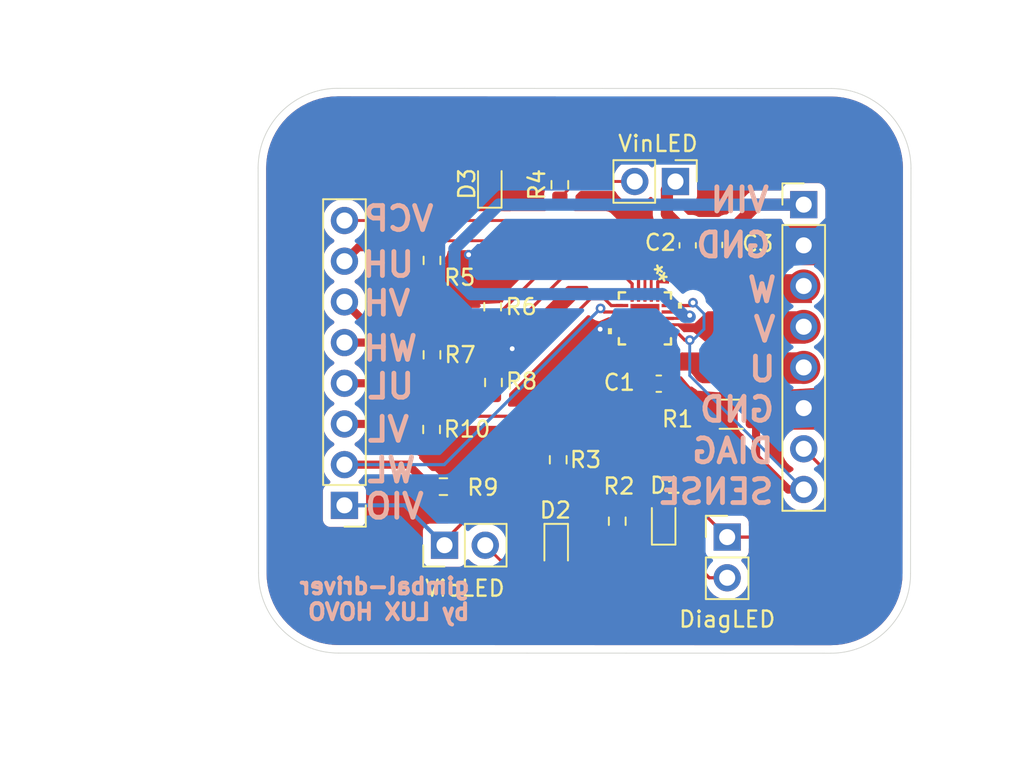
<source format=kicad_pcb>
(kicad_pcb (version 20240108) (generator "pcbnew") (generator_version "8.0")
  (layers (0 "F.Cu" signal) (31 "B.Cu" signal) (34 "B.Paste" user) (35 "F.Paste" user) (36 "B.SilkS" user "B.Silkscreen") (37 "F.SilkS" user "F.Silkscreen") (38 "B.Mask" user) (39 "F.Mask" user) (44 "Edge.Cuts" user))
  (net 0 "")
  (net 2 "VL")
  (net 3 "Net-(U2-1.8VOUT)")
  (net 4 "GND")
  (net 5 "WH")
  (net 6 "UL")
  (net 7 "DIAG")
  (net 8 "W")
  (net 9 "UH")
  (net 10 "VIO")
  (net 11 "U")
  (net 12 "WL")
  (net 13 "VH")
  (net 14 "V")
  (net 15 "VCP")
  (net 16 "/DiagLedConn")
  (net 17 "Net-(D1-K)")
  (net 18 "/VioLedConn")
  (net 19 "Net-(D2-K)")
  (net 20 "Net-(D3-A)")
  (net 21 "SENSE")
  (net 22 "VIN")
  (net 23 "/VinLedConn")
  (footprint "Resistor_SMD:R_0603_1608Metric" (layer "F.Cu") (at 80.772 84.8614 90)
    (property "Reference" "R6" (at 0 1.778 180) (layer "F.SilkS"))
    (property "Value" "100k" (hide yes))
    (fp_line (start -0.237258 -0.5225) (end 0.237258 -0.5225) (stroke (width 0.12)) (layer "F.SilkS"))
    (fp_line (start -0.237258 0.5225) (end 0.237258 0.5225) (stroke (width 0.12)) (layer "F.SilkS"))
    (pad "1" smd roundrect (at -0.825 0 90) (size 0.8 0.95) (layers "F.Cu" "F.Paste" "F.Mask") (net 13 "VH"))
    (pad "2" smd roundrect (at 0.825 0 90) (size 0.8 0.95) (layers "F.Cu" "F.Paste" "F.Mask") (net 4 "GND"))
  )
  (footprint "Resistor_SMD:R_0603_1608Metric" (layer "F.Cu") (at 76.9874 81.9658 -90)
    (property "Reference" "R5" (at 1.0668 -1.7272 180) (layer "F.SilkS"))
    (property "Value" "100k" (hide yes))
    (fp_line (start -0.237258 0.5225) (end 0.237258 0.5225) (stroke (width 0.12)) (layer "F.SilkS"))
    (fp_line (start -0.237258 -0.5225) (end 0.237258 -0.5225) (stroke (width 0.12)) (layer "F.SilkS"))
    (pad "1" smd roundrect (at -0.825 0 270) (size 0.8 0.95) (layers "F.Cu" "F.Paste" "F.Mask") (net 9 "UH"))
    (pad "2" smd roundrect (at 0.825 0 270) (size 0.8 0.95) (layers "F.Cu" "F.Paste" "F.Mask") (net 4 "GND"))
  )
  (footprint "Resistor_SMD:R_1206_3216Metric_Pad1.30x1.75mm_HandSolder" (layer "F.Cu") (at 95.6564 91.567 180)
    (property "Reference" "R1" (at 3.3528 -0.3048 180) (layer "F.SilkS"))
    (property "Value" "0.12" (hide yes))
    (fp_line (start -0.727064 0.91) (end 0.727064 0.91) (stroke (width 0.12)) (layer "F.SilkS"))
    (fp_line (start -0.727064 -0.91) (end 0.727064 -0.91) (stroke (width 0.12)) (layer "F.SilkS"))
    (pad "1" smd roundrect (at -1.55 0 180) (size 1.3 1.75) (layers "F.Cu" "F.Paste" "F.Mask") (roundrect_rratio 0.192308) (net 21 "SENSE"))
    (pad "2" smd roundrect (at 1.55 0 180) (size 1.3 1.75) (layers "F.Cu" "F.Paste" "F.Mask") (roundrect_rratio 0.192308) (net 4 "GND"))
  )
  (footprint "Connector_PinHeader_2.54mm:PinHeader_1x08_P2.54mm_Vertical" (layer "F.Cu") (at 100.1776 78.486)
    (property "Reference" "J2" (hide yes))
    (property "Value" "OUTPUT" (hide yes))
    (fp_line (start -1.33 -1.33) (end 0 -1.33) (stroke (width 0.12)) (layer "F.SilkS"))
    (fp_line (start -1.33 0) (end -1.33 -1.33) (stroke (width 0.12)) (layer "F.SilkS"))
    (fp_line (start -1.33 1.27) (end -1.33 19.11) (stroke (width 0.12)) (layer "F.SilkS"))
    (fp_line (start -1.33 1.27) (end 1.33 1.27) (stroke (width 0.12)) (layer "F.SilkS"))
    (fp_line (start -1.33 19.11) (end 1.33 19.11) (stroke (width 0.12)) (layer "F.SilkS"))
    (fp_line (start 1.33 1.27) (end 1.33 19.11) (stroke (width 0.12)) (layer "F.SilkS"))
    (pad "1" thru_hole rect (at 0 0) (size 1.7 1.7) (drill 1) (layers "*.Cu" "*.Mask") (net 22 "VIN"))
    (pad "2" thru_hole oval (at 0 2.54) (size 1.7 1.7) (drill 1) (layers "*.Cu" "*.Mask") (net 4 "GND"))
    (pad "3" thru_hole oval (at 0 5.08) (size 1.7 1.7) (drill 1) (layers "*.Cu" "*.Mask") (net 8 "W"))
    (pad "4" thru_hole oval (at 0 7.62) (size 1.7 1.7) (drill 1) (layers "*.Cu" "*.Mask") (net 14 "V"))
    (pad "5" thru_hole oval (at 0 10.16) (size 1.7 1.7) (drill 1) (layers "*.Cu" "*.Mask") (net 11 "U"))
    (pad "6" thru_hole oval (at 0 12.7) (size 1.7 1.7) (drill 1) (layers "*.Cu" "*.Mask") (net 4 "GND"))
    (pad "7" thru_hole oval (at 0 15.24) (size 1.7 1.7) (drill 1) (layers "*.Cu" "*.Mask") (net 7 "DIAG"))
    (pad "8" thru_hole oval (at 0 17.78) (size 1.7 1.7) (drill 1) (layers "*.Cu" "*.Mask") (net 21 "SENSE"))
  )
  (footprint "LED_SMD:LED_0603_1608Metric" (layer "F.Cu") (at 91.44 98.2218 90)
    (property "Reference" "D1" (at 2.2098 0.127 180) (layer "F.SilkS"))
    (property "Value" "RED" (hide yes))
    (fp_line (start 0.8 -0.735) (end -1.485 -0.735) (stroke (width 0.12)) (layer "F.SilkS"))
    (fp_line (start -1.485 -0.735) (end -1.485 0.735) (stroke (width 0.12)) (layer "F.SilkS"))
    (fp_line (start -1.485 0.735) (end 0.8 0.735) (stroke (width 0.12)) (layer "F.SilkS"))
    (pad "1" smd roundrect (at -0.7875 0 90) (size 0.875 0.95) (layers "F.Cu" "F.Paste" "F.Mask") (net 17 "Net-(D1-K)"))
    (pad "2" smd roundrect (at 0.7875 0 90) (size 0.875 0.95) (layers "F.Cu" "F.Paste" "F.Mask") (net 16 "/DiagLedConn"))
  )
  (footprint "Capacitor_SMD:C_0603_1608Metric_Pad1.08x0.95mm_HandSolder" (layer "F.Cu") (at 92.9386 81.026 -90)
    (property "Reference" "C2" (at -0.1778 1.7018 180) (layer "F.SilkS"))
    (property "Value" "0.1uF" (hide yes))
    (fp_line (start -0.146267 0.51) (end 0.146267 0.51) (stroke (width 0.12)) (layer "F.SilkS"))
    (fp_line (start -0.146267 -0.51) (end 0.146267 -0.51) (stroke (width 0.12)) (layer "F.SilkS"))
    (pad "1" smd roundrect (at -0.8625 0 270) (size 1.075 0.95) (layers "F.Cu" "F.Paste" "F.Mask") (net 22 "VIN"))
    (pad "2" smd roundrect (at 0.8625 0 270) (size 1.075 0.95) (layers "F.Cu" "F.Paste" "F.Mask") (net 4 "GND"))
  )
  (footprint "Resistor_SMD:R_0603_1608Metric" (layer "F.Cu") (at 80.8228 89.5858 90)
    (property "Reference" "R8" (at 0.0762 1.7526 180) (layer "F.SilkS"))
    (property "Value" "100k" (hide yes))
    (fp_line (start -0.237258 -0.5225) (end 0.237258 -0.5225) (stroke (width 0.12)) (layer "F.SilkS"))
    (fp_line (start -0.237258 0.5225) (end 0.237258 0.5225) (stroke (width 0.12)) (layer "F.SilkS"))
    (pad "1" smd roundrect (at -0.825 0 90) (size 0.8 0.95) (layers "F.Cu" "F.Paste" "F.Mask") (net 6 "UL"))
    (pad "2" smd roundrect (at 0.825 0 90) (size 0.8 0.95) (layers "F.Cu" "F.Paste" "F.Mask") (net 4 "GND"))
  )
  (footprint "Capacitor_SMD:C_0603_1608Metric_Pad1.08x0.95mm_HandSolder" (layer "F.Cu") (at 91.1352 89.662)
    (property "Reference" "C1" (at -2.4638 -0.0762 180) (layer "F.SilkS"))
    (property "Value" "0.1uF" (hide yes))
    (fp_line (start -0.146267 -0.51) (end 0.146267 -0.51) (stroke (width 0.12)) (layer "F.SilkS"))
    (fp_line (start -0.146267 0.51) (end 0.146267 0.51) (stroke (width 0.12)) (layer "F.SilkS"))
    (pad "1" smd roundrect (at -0.8625 0) (size 1.075 0.95) (layers "F.Cu" "F.Paste" "F.Mask") (net 3 "Net-(U2-1.8VOUT)"))
    (pad "2" smd roundrect (at 0.8625 0) (size 1.075 0.95) (layers "F.Cu" "F.Paste" "F.Mask") (net 4 "GND"))
  )
  (footprint "Resistor_SMD:R_0603_1608Metric" (layer "F.Cu") (at 77.6986 96.0882)
    (property "Reference" "R9" (at 2.4638 0.0508 0) (layer "F.SilkS"))
    (property "Value" "100k" (hide yes))
    (fp_line (start -0.237258 -0.5225) (end 0.237258 -0.5225) (stroke (width 0.12)) (layer "F.SilkS"))
    (fp_line (start -0.237258 0.5225) (end 0.237258 0.5225) (stroke (width 0.12)) (layer "F.SilkS"))
    (pad "1" smd roundrect (at -0.825 0) (size 0.8 0.95) (layers "F.Cu" "F.Paste" "F.Mask") (net 12 "WL"))
    (pad "2" smd roundrect (at 0.825 0) (size 0.8 0.95) (layers "F.Cu" "F.Paste" "F.Mask") (net 4 "GND"))
  )
  (footprint "LED_SMD:LED_0603_1608Metric" (layer "F.Cu") (at 84.7344 99.8982 -90)
    (property "Reference" "D2" (at -2.3368 0.0508 0) (layer "F.SilkS"))
    (property "Value" "BLUE" (hide yes))
    (fp_line (start -1.485 0.735) (end 0.8 0.735) (stroke (width 0.12)) (layer "F.SilkS"))
    (fp_line (start -1.485 -0.735) (end -1.485 0.735) (stroke (width 0.12)) (layer "F.SilkS"))
    (fp_line (start 0.8 -0.735) (end -1.485 -0.735) (stroke (width 0.12)) (layer "F.SilkS"))
    (pad "1" smd roundrect (at -0.7875 0 270) (size 0.875 0.95) (layers "F.Cu" "F.Paste" "F.Mask") (net 19 "Net-(D2-K)"))
    (pad "2" smd roundrect (at 0.7875 0 270) (size 0.875 0.95) (layers "F.Cu" "F.Paste" "F.Mask") (net 18 "/VioLedConn"))
  )
  (footprint "Connector_PinHeader_2.54mm:PinHeader_1x02_P2.54mm_Vertical" (layer "F.Cu") (at 95.4024 99.2378)
    (property "Reference" "DiagLED" (at 0 5.1308 0) (layer "F.SilkS"))
    (property "Value" "DiagLED" (hide yes))
    (fp_line (start -1.33 -1.33) (end 0 -1.33) (stroke (width 0.12)) (layer "F.SilkS"))
    (fp_line (start -1.33 0) (end -1.33 -1.33) (stroke (width 0.12)) (layer "F.SilkS"))
    (fp_line (start -1.33 1.27) (end -1.33 3.87) (stroke (width 0.12)) (layer "F.SilkS"))
    (fp_line (start -1.33 1.27) (end 1.33 1.27) (stroke (width 0.12)) (layer "F.SilkS"))
    (fp_line (start -1.33 3.87) (end 1.33 3.87) (stroke (width 0.12)) (layer "F.SilkS"))
    (fp_line (start 1.33 1.27) (end 1.33 3.87) (stroke (width 0.12)) (layer "F.SilkS"))
    (pad "1" thru_hole rect (at 0 0) (size 1.7 1.7) (drill 1) (layers "*.Cu" "*.Mask") (net 7 "DIAG"))
    (pad "2" thru_hole oval (at 0 2.54) (size 1.7 1.7) (drill 1) (layers "*.Cu" "*.Mask") (net 16 "/DiagLedConn"))
  )
  (footprint "Connector_PinHeader_2.54mm:PinHeader_1x02_P2.54mm_Vertical" (layer "F.Cu") (at 77.7698 99.7448 90)
    (property "Reference" "VioLED" (at -2.6934 1.275 180) (layer "F.SilkS"))
    (property "Value" "VioLED" (hide yes))
    (fp_line (start -1.33 -1.33) (end 0 -1.33) (stroke (width 0.12)) (layer "F.SilkS"))
    (fp_line (start -1.33 0) (end -1.33 -1.33) (stroke (width 0.12)) (layer "F.SilkS"))
    (fp_line (start 1.33 1.27) (end 1.33 3.87) (stroke (width 0.12)) (layer "F.SilkS"))
    (fp_line (start -1.33 1.27) (end 1.33 1.27) (stroke (width 0.12)) (layer "F.SilkS"))
    (fp_line (start -1.33 1.27) (end -1.33 3.87) (stroke (width 0.12)) (layer "F.SilkS"))
    (fp_line (start -1.33 3.87) (end 1.33 3.87) (stroke (width 0.12)) (layer "F.SilkS"))
    (pad "1" thru_hole rect (at 0 0 90) (size 1.7 1.7) (drill 1) (layers "*.Cu" "*.Mask") (net 10 "VIO"))
    (pad "2" thru_hole oval (at 0 2.54 90) (size 1.7 1.7) (drill 1) (layers "*.Cu" "*.Mask") (net 18 "/VioLedConn"))
  )
  (footprint "Resistor_SMD:R_0603_1608Metric" (layer "F.Cu") (at 88.5444 98.2472 90)
    (property "Reference" "R2" (at 2.1844 0.1016 180) (layer "F.SilkS"))
    (property "Value" "330" (hide yes))
    (fp_line (start -0.237258 -0.5225) (end 0.237258 -0.5225) (stroke (width 0.12)) (layer "F.SilkS"))
    (fp_line (start -0.237258 0.5225) (end 0.237258 0.5225) (stroke (width 0.12)) (layer "F.SilkS"))
    (pad "1" smd roundrect (at -0.825 0 90) (size 0.8 0.95) (layers "F.Cu" "F.Paste" "F.Mask") (net 17 "Net-(D1-K)"))
    (pad "2" smd roundrect (at 0.825 0 90) (size 0.8 0.95) (layers "F.Cu" "F.Paste" "F.Mask") (net 4 "GND"))
  )
  (footprint "footprints:21-100586_K2033&plus_1C_ADI" (layer "F.Cu") (at 90.2716 85.585399 -90)
    (property "Reference" "U2" (hide yes))
    (property "Value" "TMC6300-LA-T" (hide yes))
    (fp_line (start -1.6256 1.6256) (end -1.234341 1.6256) (stroke (width 0.1524)) (layer "F.SilkS"))
    (fp_line (start 1.234341 1.6256) (end 1.6256 1.6256) (stroke (width 0.1524)) (layer "F.SilkS"))
    (fp_line (start 1.6256 1.6256) (end 1.6256 1.234341) (stroke (width 0.1524)) (layer "F.SilkS"))
    (fp_line (start -1.6256 1.234341) (end -1.6256 1.6256) (stroke (width 0.1524)) (layer "F.SilkS"))
    (fp_line (start 1.6256 -1.234341) (end 1.6256 -1.6256) (stroke (width 0.1524)) (layer "F.SilkS"))
    (fp_line (start -1.6256 -1.6256) (end -1.6256 -1.234341) (stroke (width 0.1524)) (layer "F.SilkS"))
    (fp_line (start -1.234341 -1.6256) (end -1.6256 -1.6256) (stroke (width 0.1524)) (layer "F.SilkS"))
    (fp_line (start 1.6256 -1.6256) (end 1.234341 -1.6256) (stroke (width 0.1524)) (layer "F.SilkS"))
    (fp_poly (pts (xy 0.609501 2.0574) (xy 0.609501 2.3114) (xy 0.990501 2.3114) (xy 0.990501 2.0574)) (fill solid) (layer "F.SilkS"))
    (fp_poly (pts (xy -0.990501 -2.0574) (xy -0.990501 -2.3114) (xy -0.609501 -2.3114) (xy -0.609501 -2.0574)) (fill solid) (layer "F.SilkS"))
    (fp_text user "*" (at -3.060799 -1.1684 90) (layer "F.SilkS"))
    (fp_text user "*" (at -2.5908 -0.8 -90) (layer "F.SilkS"))
    (pad "1" smd rect (at -1.4224 -0.800001) (size 0.2032 0.762) (layers "F.Cu" "F.Paste" "F.Mask") (net 8 "W") (clearance 0.1))
    (pad "2" smd rect (at -1.4224 -0.399999) (size 0.2032 0.762) (layers "F.Cu" "F.Paste" "F.Mask") (net 15 "VCP") (clearance 0.1))
    (pad "3" smd rect (at -1.4224 0) (size 0.2032 0.762) (layers "F.Cu" "F.Paste" "F.Mask") (net 9 "UH") (clearance 0.1))
    (pad "4" smd rect (at -1.4224 0.399999) (size 0.2032 0.762) (layers "F.Cu" "F.Paste" "F.Mask") (net 13 "VH") (clearance 0.1))
    (pad "5" smd rect (at -1.4224 0.800001) (size 0.2032 0.762) (layers "F.Cu" "F.Paste" "F.Mask") (net 5 "WH") (clearance 0.1))
    (pad "6" smd rect (at -0.800001 1.4224 270) (size 0.2032 0.762) (layers "F.Cu" "F.Paste" "F.Mask") (net 6 "UL") (clearance 0.1))
    (pad "7" smd rect (at -0.399999 1.4224 270) (size 0.2032 0.762) (layers "F.Cu" "F.Paste" "F.Mask") (net 12 "WL") (clearance 0.1))
    (pad "8" smd rect (at 0 1.4224 270) (size 0.2032 0.762) (layers "F.Cu" "F.Paste" "F.Mask") (net 4 "GND") (clearance 0.1))
    (pad "9" smd rect (at 0.399999 1.4224 270) (size 0.2032 0.762) (layers "F.Cu" "F.Paste" "F.Mask") (net 4 "GND") (clearance 0.1))
    (pad "10" smd rect (at 0.800001 1.4224 270) (size 0.2032 0.762) (layers "F.Cu" "F.Paste" "F.Mask") (net 2 "VL") (clearance 0.1))
    (pad "11" smd rect (at 1.4224 0.800001) (size 0.2032 0.762) (layers "F.Cu" "F.Paste" "F.Mask") (net 10 "VIO") (clearance 0.1))
    (pad "12" smd rect (at 1.4224 0.399999) (size 0.2032 0.762) (layers "F.Cu" "F.Paste" "F.Mask") (net 7 "DIAG") (clearance 0.1))
    (pad "13" smd rect (at 1.4224 0) (size 0.2032 0.762) (layers "F.Cu" "F.Paste" "F.Mask") (net 3 "Net-(U2-1.8VOUT)") (clearance 0.1))
    (pad "14" smd rect (at 1.4224 -0.399999) (size 0.2032 0.762) (layers "F.Cu" "F.Paste" "F.Mask") (net 4 "GND") (clearance 0.1))
    (pad "15" smd rect (at 1.4224 -0.800001) (size 0.2032 0.762) (layers "F.Cu" "F.Paste" "F.Mask") (net 11 "U") (clearance 0.1))
    (pad "16" smd rect (at 0.800001 -1.4224 270) (size 0.2032 0.762) (layers "F.Cu" "F.Paste" "F.Mask") (net 21 "SENSE") (clearance 0.1))
    (pad "17" smd rect (at 0.399999 -1.4224 270) (size 0.2032 0.762) (layers "F.Cu" "F.Paste" "F.Mask") (net 14 "V") (clearance 0.1))
    (pad "18" smd rect (at 0 -1.4224 270) (size 0.2032 0.762) (layers "F.Cu" "F.Paste" "F.Mask") (net 22 "VIN") (clearance 0.1))
    (pad "19" smd rect (at -0.399999 -1.4224 270) (size 0.2032 0.762) (layers "F.Cu" "F.Paste" "F.Mask") (clearance 0.1))
    (pad "20" smd rect (at -0.800001 -1.4224 270) (size 0.2032 0.762) (layers "F.Cu" "F.Paste" "F.Mask") (net 21 "SENSE") (clearance 0.1))
    (pad "21" smd rect (at 0 0 270) (size 1.8034 1.8034) (layers "F.Cu" "F.Paste" "F.Mask") (net 4 "GND"))
  )
  (footprint "Resistor_SMD:R_0603_1608Metric" (layer "F.Cu") (at 84.8614 94.4118 90)
    (property "Reference" "R3" (at 0 1.7018 0) (layer "F.SilkS"))
    (property "Value" "2.2k" (hide yes))
    (fp_line (start -0.237258 -0.5225) (end 0.237258 -0.5225) (stroke (width 0.12)) (layer "F.SilkS"))
    (fp_line (start -0.237258 0.5225) (end 0.237258 0.5225) (stroke (width 0.12)) (layer "F.SilkS"))
    (pad "1" smd roundrect (at -0.825 0 90) (size 0.8 0.95) (layers "F.Cu" "F.Paste" "F.Mask") (net 19 "Net-(D2-K)"))
    (pad "2" smd roundrect (at 0.825 0 90) (size 0.8 0.95) (layers "F.Cu" "F.Paste" "F.Mask") (net 4 "GND"))
  )
  (footprint "Connector_PinHeader_2.54mm:PinHeader_1x08_P2.54mm_Vertical" (layer "F.Cu") (at 71.5264 97.2556 180)
    (property "Reference" "J1" (hide yes))
    (property "Value" "INPUT" (hide yes))
    (fp_line (start 1.33 1.27) (end 1.33 19.11) (stroke (width 0.12)) (layer "F.SilkS"))
    (fp_line (start -1.33 19.11) (end 1.33 19.11) (stroke (width 0.12)) (layer "F.SilkS"))
    (fp_line (start -1.33 1.27) (end 1.33 1.27) (stroke (width 0.12)) (layer "F.SilkS"))
    (fp_line (start -1.33 1.27) (end -1.33 19.11) (stroke (width 0.12)) (layer "F.SilkS"))
    (fp_line (start -1.33 0) (end -1.33 -1.33) (stroke (width 0.12)) (layer "F.SilkS"))
    (fp_line (start -1.33 -1.33) (end 0 -1.33) (stroke (width 0.12)) (layer "F.SilkS"))
    (pad "1" thru_hole rect (at 0 0 180) (size 1.7 1.7) (drill 1) (layers "*.Cu" "*.Mask") (net 10 "VIO"))
    (pad "2" thru_hole oval (at 0 2.54 180) (size 1.7 1.7) (drill 1) (layers "*.Cu" "*.Mask") (net 12 "WL"))
    (pad "3" thru_hole oval (at 0 5.08 180) (size 1.7 1.7) (drill 1) (layers "*.Cu" "*.Mask") (net 2 "VL"))
    (pad "4" thru_hole oval (at 0 7.62 180) (size 1.7 1.7) (drill 1) (layers "*.Cu" "*.Mask") (net 6 "UL"))
    (pad "5" thru_hole oval (at 0 10.16 180) (size 1.7 1.7) (drill 1) (layers "*.Cu" "*.Mask") (net 5 "WH"))
    (pad "6" thru_hole oval (at 0 12.7 180) (size 1.7 1.7) (drill 1) (layers "*.Cu" "*.Mask") (net 13 "VH"))
    (pad "7" thru_hole oval (at 0 15.24 180) (size 1.7 1.7) (drill 1) (layers "*.Cu" "*.Mask") (net 9 "UH"))
    (pad "8" thru_hole oval (at 0 17.78 180) (size 1.7 1.7) (drill 1) (layers "*.Cu" "*.Mask") (net 15 "VCP"))
  )
  (footprint "Resistor_SMD:R_0603_1608Metric" (layer "F.Cu") (at 76.9874 87.8586 -90)
    (property "Reference" "R7" (at 0 -1.7526 180) (layer "F.SilkS"))
    (property "Value" "100k" (hide yes))
    (fp_line (start -0.237258 0.5225) (end 0.237258 0.5225) (stroke (width 0.12)) (layer "F.SilkS"))
    (fp_line (start -0.237258 -0.5225) (end 0.237258 -0.5225) (stroke (width 0.12)) (layer "F.SilkS"))
    (pad "1" smd roundrect (at -0.825 0 270) (size 0.8 0.95) (layers "F.Cu" "F.Paste" "F.Mask") (net 5 "WH"))
    (pad "2" smd roundrect (at 0.825 0 270) (size 0.8 0.95) (layers "F.Cu" "F.Paste" "F.Mask") (net 4 "GND"))
  )
  (footprint "LED_SMD:LED_0603_1608Metric" (layer "F.Cu") (at 80.5942 77.1906 90)
    (property "Reference" "D3" (at 0 -1.43 90) (layer "F.SilkS"))
    (property "Value" "GREEN" (hide yes))
    (fp_line (start 0.8 -0.735) (end -1.485 -0.735) (stroke (width 0.12)) (layer "F.SilkS"))
    (fp_line (start -1.485 -0.735) (end -1.485 0.735) (stroke (width 0.12)) (layer "F.SilkS"))
    (fp_line (start -1.485 0.735) (end 0.8 0.735) (stroke (width 0.12)) (layer "F.SilkS"))
    (pad "1" smd roundrect (at -0.7875 0 90) (size 0.875 0.95) (layers "F.Cu" "F.Paste" "F.Mask") (net 4 "GND"))
    (pad "2" smd roundrect (at 0.7875 0 90) (size 0.875 0.95) (layers "F.Cu" "F.Paste" "F.Mask") (net 20 "Net-(D3-A)"))
  )
  (footprint "Resistor_SMD:R_0603_1608Metric" (layer "F.Cu") (at 84.963 77.2414 90)
    (property "Reference" "R4" (at 0 -1.43 90) (layer "F.SilkS"))
    (property "Value" "1k" (hide yes))
    (fp_line (start -0.237258 -0.5225) (end 0.237258 -0.5225) (stroke (width 0.12)) (layer "F.SilkS"))
    (fp_line (start -0.237258 0.5225) (end 0.237258 0.5225) (stroke (width 0.12)) (layer "F.SilkS"))
    (pad "1" smd roundrect (at -0.825 0 90) (size 0.8 0.95) (layers "F.Cu" "F.Paste" "F.Mask") (net 23 "/VinLedConn"))
    (pad "2" smd roundrect (at 0.825 0 90) (size 0.8 0.95) (layers "F.Cu" "F.Paste" "F.Mask") (net 20 "Net-(D3-A)"))
  )
  (footprint "Resistor_SMD:R_0603_1608Metric" (layer "F.Cu") (at 76.962 92.519 -90)
    (property "Reference" "R10" (at -0.0122 -2.2098 0) (layer "F.SilkS"))
    (property "Value" "100k" (hide yes))
    (fp_line (start -0.237258 0.5225) (end 0.237258 0.5225) (stroke (width 0.12)) (layer "F.SilkS"))
    (fp_line (start -0.237258 -0.5225) (end 0.237258 -0.5225) (stroke (width 0.12)) (layer "F.SilkS"))
    (pad "1" smd roundrect (at -0.825 0 270) (size 0.8 0.95) (layers "F.Cu" "F.Paste" "F.Mask") (net 2 "VL"))
    (pad "2" smd roundrect (at 0.825 0 270) (size 0.8 0.95) (layers "F.Cu" "F.Paste" "F.Mask") (net 4 "GND"))
  )
  (footprint "Capacitor_SMD:C_0603_1608Metric_Pad1.08x0.95mm_HandSolder" (layer "F.Cu") (at 95.6056 81.0006 -90)
    (property "Reference" "C3" (at -0.0762 -1.7018 180) (layer "F.SilkS"))
    (property "Value" "10uF" (hide yes))
    (fp_line (start -0.146267 0.51) (end 0.146267 0.51) (stroke (width 0.12)) (layer "F.SilkS"))
    (fp_line (start -0.146267 -0.51) (end 0.146267 -0.51) (stroke (width 0.12)) (layer "F.SilkS"))
    (pad "1" smd roundrect (at -0.8625 0 270) (size 1.075 0.95) (layers "F.Cu" "F.Paste" "F.Mask") (net 22 "VIN"))
    (pad "2" smd roundrect (at 0.8625 0 270) (size 1.075 0.95) (layers "F.Cu" "F.Paste" "F.Mask") (net 4 "GND"))
  )
  (footprint "Connector_PinHeader_2.54mm:PinHeader_1x02_P2.54mm_Vertical" (layer "F.Cu") (at 92.1766 77.0382 -90)
    (property "Reference" "VinLED" (at -2.3622 1.0922 180) (layer "F.SilkS"))
    (property "Value" "VinLED" (hide yes))
    (fp_line (start -1.33 3.87) (end 1.33 3.87) (stroke (width 0.12)) (layer "F.SilkS"))
    (fp_line (start -1.33 1.27) (end -1.33 3.87) (stroke (width 0.12)) (layer "F.SilkS"))
    (fp_line (start -1.33 1.27) (end 1.33 1.27) (stroke (width 0.12)) (layer "F.SilkS"))
    (fp_line (start 1.33 1.27) (end 1.33 3.87) (stroke (width 0.12)) (layer "F.SilkS"))
    (fp_line (start -1.33 0) (end -1.33 -1.33) (stroke (width 0.12)) (layer "F.SilkS"))
    (fp_line (start -1.33 -1.33) (end 0 -1.33) (stroke (width 0.12)) (layer "F.SilkS"))
    (pad "1" thru_hole rect (at 0 0 270) (size 1.7 1.7) (drill 1) (layers "*.Cu" "*.Mask") (net 22 "VIN"))
    (pad "2" thru_hole oval (at 0 2.54 270) (size 1.7 1.7) (drill 1) (layers "*.Cu" "*.Mask") (net 23 "/VinLedConn"))
  )
  (gr_poly (pts (xy 91.8464 81.1784) (xy 96.6978 81.1784) (xy 96.6978 82.296) (xy 95.7834 82.3722) (xy 91.8464 82.3468)) (stroke (width 0.2)) (fill solid) (layer "F.Cu") (net 4))
  (gr_poly (pts (xy 75.8952 93.8784) (xy 76.5048 94.2848) (xy 77.724 94.234) (xy 78.0542 93.599) (xy 78.0034 93.1164) (xy 77.9526 92.8116) (xy 76.0222 92.837) (xy 75.7428 93.1672)) (stroke (width 0.2)) (fill solid) (layer "F.Cu") (net 4))
  (gr_arc (start 95.970351 82.930024) (mid 95.778398 83.145569) (end 95.495114 83.200845) (stroke (width 0.2)) (layer "F.Cu") (net 8))
  (gr_poly (pts (xy 91.6686 83.312) (xy 91.0844 83.2866) (xy 91.2622 83.0834) (xy 91.5162 82.9564)) (stroke (width 0.2)) (fill solid) (layer "F.Cu") (net 8))
  (gr_arc (start 93.01119 88.646267) (mid 93.298497 88.737649) (end 93.444187 89.0016) (stroke (width 0.2)) (layer "F.Cu") (net 11))
  (gr_circle (center 100.1776 86.106) (end 99.4918 85.5472) (stroke (width 0.2)) (fill none) (layer "F.Cu") (net 14))
  (gr_poly (pts (xy 75.946 82.296) (xy 78.105 82.2706) (xy 78.105 83.693) (xy 75.946 83.693)) (stroke (width 0.2)) (fill solid) (layer "F.Cu") (net 4))
  (gr_line (start 92.583 87.813178) (end 99.314 87.8078) (stroke (width 0.2)) (layer "F.Cu") (net 11))
  (gr_line (start 100.1776 87.0204) (end 97.4852 87.0204) (stroke (width 0.2)) (layer "F.Cu") (net 14))
  (gr_poly (pts (xy 81.788 77.5462) (xy 81.788 78.7908) (xy 79.5528 78.7908) (xy 79.5274 77.5462)) (stroke (width 0.2)) (fill solid) (layer "F.Cu") (net 4))
  (gr_poly (pts (xy 99.3394 82.169) (xy 101.1174 82.169) (xy 101.6 81.2038) (xy 101.5746 80.3402) (xy 101.2444 79.8322) (xy 98.806 79.8322) (xy 98.6282 80.772) (xy 98.806 81.8134)) (stroke (width 0.2)) (fill solid) (layer "F.Cu") (net 4))
  (gr_arc (start 92.4306 88.620599) (mid 92.191213 88.54227) (end 92.023753 88.354124) (stroke (width 0.2)) (layer "F.Cu") (net 11))
  (gr_arc (start 96.28637 82.9056) (mid 96.206009 83.099609) (end 96.012 83.17997) (stroke (width 0.2)) (layer "F.Cu") (net 8))
  (gr_poly (pts (xy 91.2368 87.9094) (xy 93.726 87.9094) (xy 98.0186 87.9602) (xy 99.7712 87.8078) (xy 99.9998 89.4588) (xy 97.3074 89.4588) (xy 93.9292 89.534999) (xy 93.298497 88.737649) (xy 92.2528 88.7476) (xy 91.5162 88.392) (xy 91.2368 88.265)) (stroke (width 0.2)) (fill solid) (layer "F.Cu") (net 11))
  (gr_poly (pts (xy 79.4258 96.647) (xy 79.0194 97.1042) (xy 77.9526 97.0788) (xy 77.9272 95.5548) (xy 77.9526 95.0468) (xy 79.2734 95.0468) (xy 79.5274 95.6056)) (stroke (width 0.2)) (fill solid) (layer "F.Cu") (net 4))
  (gr_circle (center 100.1776 83.566) (end 100.7618 84.2518) (stroke (width 0.2)) (fill none) (layer "F.Cu") (net 8))
  (gr_line (start 93.01119 88.646267) (end 93.583569 89.362069) (stroke (width 0.2)) (layer "F.Cu") (net 11))
  (gr_circle (center 100.1776 86.106) (end 99.9998 85.1662) (stroke (width 0.2)) (fill none) (layer "F.Cu") (net 14))
  (gr_poly (pts (xy 87.7316 98.2218) (xy 89.3572 98.2218) (xy 89.7382 97.6884) (xy 89.662 96.901) (xy 89.2048 96.3168) (xy 88.1126 96.2914) (xy 87.4776 96.6978) (xy 87.3252 97.3328) (xy 87.4776 98.0186)) (stroke (width 0.2)) (fill solid) (layer "F.Cu") (net 4))
  (gr_poly (pts (xy 100.9142 92.4306) (xy 101.5492 91.694) (xy 101.6762 90.6018) (xy 101.346 90.1446) (xy 101.0666 90.0176) (xy 98.9584 90.1446) (xy 98.6282 90.8304) (xy 98.8314 91.9988) (xy 99.3648 92.4306)) (stroke (width 0.2)) (fill solid) (layer "F.Cu") (net 4))
  (gr_line (start 96.012 83.17997) (end 91.6686 83.185) (stroke (width 0.2)) (layer "F.Cu") (net 8))
  (gr_poly (pts (xy 76.073 88.0872) (xy 77.978 88.0872) (xy 78.0542 88.7222) (xy 77.5208 88.9762) (xy 76.8096 89.027) (xy 76.1492 88.9508) (xy 75.692 88.7476) (xy 75.819 88.3666)) (stroke (width 0.2)) (fill solid) (layer "F.Cu") (net 4))
  (gr_circle (center 100.1776 83.567301) (end 99.9744 82.6516) (stroke (width 0.2)) (fill none) (layer "F.Cu") (net 8))
  (gr_circle (center 100.1776 81.033324) (end 99.5426 80.296724) (stroke (width 0.2)) (fill none) (layer "F.Cu") (net 4))
  (gr_poly (pts (xy 81.3054 84.5312) (xy 81.8642 83.5914) (xy 81.3562 83.0072) (xy 80.2894 82.9564) (xy 79.756 83.1596) (xy 79.7814 84.6074)) (stroke (width 0.2)) (fill solid) (layer "F.Cu") (net 4))
  (gr_circle (center 100.1776 88.646) (end 99.4664 88.0364) (stroke (width 0.2)) (fill none) (layer "F.Cu") (net 11))
  (gr_line (start 88.011 85.6234) (end 88.138 85.598) (stroke (width 0.2)) (layer "F.Cu") (net 4))
  (gr_poly (pts (xy 87.4776 85.852) (xy 87.884 85.6742) (xy 88.011 85.6234) (xy 88.011 85.9282) (xy 87.7824 86.1568) (xy 87.6554 86.1822) (xy 87.5792 86.0044)) (stroke (width 0.2)) (fill solid) (layer "F.Cu") (net 4))
  (gr_poly (pts (xy 91.4146 89.1032) (xy 91.186 90.678) (xy 93.2434 93.091) (xy 95.25 93.0148) (xy 95.6564 91.567) (xy 95.4278 90.3478) (xy 93.2434 90.17) (xy 92.5068 89.3064)) (stroke (width 0.2)) (fill solid) (layer "F.Cu") (net 4))
  (gr_poly (pts (xy 85.5218 92.6846) (xy 84.5058 93.345) (xy 84.5058 93.9546) (xy 85.344 94.107) (xy 85.6488 94.3864) (xy 86.0298 93.9546) (xy 86.106 93.2688)) (stroke (width 0.2)) (fill solid) (layer "F.Cu") (net 4))
  (gr_line (start 100.1776 89.566377) (end 93.9292 89.535) (stroke (width 0.2)) (layer "F.Cu") (net 11))
  (gr_poly (pts (xy 92.099656 83.332838) (xy 91.44 82.931) (xy 94.055456 82.926438) (xy 95.833456 82.926438) (xy 97.052656 82.926438) (xy 100.049856 82.926438) (xy 100.583256 84.526114) (xy 99.592656 84.526638) (xy 94.817456 84.526638) (xy 94.309456 83.586838) (xy 92.709256 83.586838) (xy 92.099656 83.332838) (xy 91.059 83.3374)) (stroke (width 0.2)) (fill solid) (layer "F.Cu") (net 8))
  (gr_arc (start 93.9292 89.534999) (mid 93.583569 89.362069) (end 93.444187 89.0016) (stroke (width 0.2)) (layer "F.Cu") (net 11))
  (gr_line (start 99.314 87.8078) (end 99.7712 87.8078) (stroke (width 0.2)) (layer "F.Cu") (net 11))
  (gr_poly (pts (xy 80.2386 87.757) (xy 81.3308 87.7316) (xy 81.915 88.2904) (xy 81.8388 88.5444) (xy 81.4832 88.8492) (xy 81.1276 89.027) (xy 80.4672 88.9254) (xy 80.01 88.8492) (xy 80.01 88.6206) (xy 79.6798 88.4174) (xy 79.8322 88.0618)) (stroke (width 0.2)) (fill solid) (layer "F.Cu") (net 4))
  (gr_poly (pts (xy 93.4212 85.979) (xy 94.2086 85.2424) (xy 99.822 85.2424) (xy 100.1776 87.062471) (xy 94.234 87.0712) (xy 93.3196 86.3346) (xy 92.6846 86.2838) (xy 92.5322 86.106) (xy 93.4466 85.979)) (stroke (width 0.2)) (fill solid) (layer "F.Cu") (net 14))
  (gr_poly (pts (xy 101.1682 92.2528) (xy 99.3394 92.3544) (xy 98.9584 91.9226) (xy 98.6536 91.0336) (xy 98.8822 90.3732) (xy 99.2124 90.2208) (xy 100.8634 90.1192) (xy 100.965 90.043) (xy 101.6254 90.5764) (xy 101.6 91.2622) (xy 101.473 91.821)) (stroke (width 0.2)) (fill solid) (layer "B.Cu") (net 4))
  (gr_poly (pts (xy 99.0854 80.0354) (xy 101.5746 80.0354) (xy 101.6 81.1784) (xy 101.2698 81.8896) (xy 100.7364 82.1182) (xy 99.6442 82.1944) (xy 99.2632 82.2198) (xy 98.8568 81.7372) (xy 98.5774 80.9244) (xy 98.7044 80.3148)) (stroke (width 0.2)) (fill solid) (layer "B.Cu") (net 4))
  (gr_line (start 106.86814 76.21506) (end 106.84274 101.50874) (stroke (width 0.05)) (layer "Edge.Cuts"))
  (gr_line (start 66.167001 101.473) (end 66.1416 76.2) (stroke (width 0.05)) (layer "Edge.Cuts"))
  (gr_arc (start 101.88974 71.23666) (mid 105.41 72.6948) (end 106.86814 76.21506) (stroke (width 0.05)) (layer "Edge.Cuts"))
  (gr_arc (start 71.16046 106.47681) (mid 67.62589 105.010599) (end 66.167001 101.473) (stroke (width 0.05)) (layer "Edge.Cuts"))
  (gr_line (start 71.12 71.2216) (end 101.88974 71.23666) (stroke (width 0.05)) (layer "Edge.Cuts"))
  (gr_arc (start 106.84274 101.50874) (mid 105.3846 105.029) (end 101.86434 106.48714) (stroke (width 0.05)) (layer "Edge.Cuts"))
  (gr_line (start 71.16046 106.47681) (end 101.86434 106.48714) (stroke (width 0.05)) (layer "Edge.Cuts"))
  (gr_arc (start 66.1416 76.2) (mid 67.59974 72.67974) (end 71.12 71.2216) (stroke (width 0.05)) (layer "Edge.Cuts"))
  (gr_text "VCP" (at 77.2414 80.2386 0) (layer "B.SilkS") (effects (font (size 1.5 1.5) (thickness 0.3) (bold yes)) (justify left bottom mirror)))
  (gr_text "VIN\n" (at 98.171 79.0702 0) (layer "B.SilkS") (effects (font (size 1.5 1.5) (thickness 0.3) (bold yes)) (justify left bottom mirror)))
  (gr_text "UH\n" (at 76.0222 83.1088 0) (layer "B.SilkS") (effects (font (size 1.5 1.5) (thickness 0.3) (bold yes)) (justify left bottom mirror)))
  (gr_text "WL\n" (at 76.1238 95.9358 0) (layer "B.SilkS") (effects (font (size 1.5 1.5) (thickness 0.3) (bold yes)) (justify left bottom mirror)))
  (gr_text "W\n" (at 98.6282 84.6836 0) (layer "B.SilkS") (effects (font (size 1.5 1.5) (thickness 0.3) (bold yes)) (justify left bottom mirror)))
  (gr_text "U\n" (at 98.5774 89.6366 0) (layer "B.SilkS") (effects (font (size 1.5 1.5) (thickness 0.3) (bold yes)) (justify left bottom mirror)))
  (gr_text "GND\n" (at 98.5012 92.1512 0) (layer "B.SilkS") (effects (font (size 1.5 1.5) (thickness 0.3) (bold yes)) (justify left bottom mirror)))
  (gr_text "GND\n" (at 98.2726 81.8896 0) (layer "B.SilkS") (effects (font (size 1.5 1.5) (thickness 0.3) (bold yes)) (justify left bottom mirror)))
  (gr_text "VIO" (at 76.6318 98.1964 0) (layer "B.SilkS") (effects (font (size 1.5 1.5) (thickness 0.3) (bold yes)) (justify left bottom mirror)))
  (gr_text "gimbal-driver \nby LUX HOVO" (at 79.4512 104.4956 0) (layer "B.SilkS") (effects (font (size 1 1) (thickness 0.25) (bold yes)) (justify left bottom mirror)))
  (gr_text "VH\n" (at 75.7936 85.5218 0) (layer "B.SilkS") (effects (font (size 1.5 1.5) (thickness 0.3) (bold yes)) (justify left bottom mirror)))
  (gr_text "UL\n" (at 76.0222 90.7034 0) (layer "B.SilkS") (effects (font (size 1.5 1.5) (thickness 0.3) (bold yes)) (justify left bottom mirror)))
  (gr_text "V\n" (at 98.5774 87.1474 0) (layer "B.SilkS") (effects (font (size 1.5 1.5) (thickness 0.3) (bold yes)) (justify left bottom mirror)))
  (gr_text "SENSE" (at 98.4504 97.282 0) (layer "B.SilkS") (effects (font (size 1.5 1.5) (thickness 0.3) (bold yes)) (justify left bottom mirror)))
  (gr_text "VL\n" (at 75.7174 93.3958 0) (layer "B.SilkS") (effects (font (size 1.5 1.5) (thickness 0.3) (bold yes)) (justify left bottom mirror)))
  (gr_text "WH\n" (at 76.2254 88.3412 0) (layer "B.SilkS") (effects (font (size 1.5 1.5) (thickness 0.3) (bold yes)) (justify left bottom mirror)))
  (gr_text "DIAG\n" (at 98.4504 94.742 0) (layer "B.SilkS") (effects (font (size 1.5 1.5) (thickness 0.3) (bold yes)) (justify left bottom mirror)))
  (segment (start 88.8492 86.3854) (end 88.199129 86.3854) (width 0.2) (layer "F.Cu") (net 2))
  (segment (start 76.4804 92.1756) (end 76.962 91.694) (width 0.508) (layer "F.Cu") (net 2))
  (segment (start 71.5264 92.1756) (end 76.4804 92.1756) (width 0.508) (layer "F.Cu") (net 2))
  (segment (start 88.199129 86.3854) (end 82.890529 91.694) (width 0.2) (layer "F.Cu") (net 2))
  (segment (start 82.890529 91.694) (end 76.962 91.694) (width 0.2) (layer "F.Cu") (net 2))
  (segment (start 90.2716 87.5538) (end 90.2727 87.5549) (width 0.1778) (layer "F.Cu") (net 3))
  (segment (start 90.2727 87.5549) (end 90.2727 89.662) (width 0.1778) (layer "F.Cu") (net 3))
  (segment (start 90.2716 87.007799) (end 90.2716 87.5538) (width 0.1778) (layer "F.Cu") (net 3))
  (segment (start 74.1172 102.5652) (end 75.3364 103.7844) (width 0.508) (layer "F.Cu") (net 4))
  (segment (start 80.5942 77.9781) (end 79.9847 77.9781) (width 0.1778) (layer "F.Cu") (net 4))
  (segment (start 103.4034 79.0448) (end 101.4222 81.026) (width 0.1778) (layer "F.Cu") (net 4))
  (segment (start 90.671599 87.007799) (end 90.671599 85.985398) (width 0.1778) (layer "F.Cu") (net 4))
  (segment (start 95.4543 81.8631) (end 95.4289 81.8885) (width 0.1778) (layer "F.Cu") (net 4))
  (segment (start 91.9977 89.662) (end 91.9977 90.8293) (width 0.1778) (layer "F.Cu") (net 4))
  (segment (start 88.8492 85.985398) (end 89.871601 85.985398) (width 0.1778) (layer "F.Cu") (net 4))
  (segment (start 95.5294 81.8631) (end 95.504 81.8885) (width 0.1778) (layer "F.Cu") (net 4))
  (segment (start 88.150601 85.585399) (end 87.4776 86.2584) (width 0.1778) (layer "F.Cu") (net 4))
  (segment (start 102.752501 97.953555) (end 102.752501 93.760901) (width 0.508) (layer "F.Cu") (net 4))
  (segment (start 90.671599 88.335899) (end 91.9977 89.662) (width 0.1778) (layer "F.Cu") (net 4))
  (segment (start 80.8228 88.7608) (end 80.8228 88.646) (width 0.508) (layer "F.Cu") (net 4))
  (segment (start 85.344 103.7844) (end 96.921656 103.7844) (width 0.508) (layer "F.Cu") (net 4))
  (segment (start 94.1064 91.1104) (end 95.0976 90.1192) (width 0.1778) (layer "F.Cu") (net 4))
  (segment (start 90.671599 87.007799) (end 90.671599 87.217199) (width 0.1778) (layer "F.Cu") (net 4))
  (segment (start 95.6056 81.8631) (end 95.4543 81.8631) (width 0.1778) (layer "F.Cu") (net 4))
  (segment (start 85.344 103.7844) (end 87.1982 101.9302) (width 0.508) (layer "F.Cu") (net 4))
  (segment (start 88.5444 97.4222) (end 87.0966 98.87) (width 0.1778) (layer "F.Cu") (net 4))
  (segment (start 89.8054 78.7553) (end 81.3714 78.7553) (width 0.1778) (layer "F.Cu") (net 4))
  (segment (start 95.6056 81.8631) (end 97.1053 81.8631) (width 0.1778) (layer "F.Cu") (net 4))
  (segment (start 90.671599 87.007799) (end 90.681101 87.007799) (width 0.1778) (layer "F.Cu") (net 4))
  (segment (start 95.0976 90.1192) (end 99.1108 90.1192) (width 0.1778) (layer "F.Cu") (net 4))
  (segment (start 76.9874 82.7908) (end 79.5264 82.7908) (width 0.1778) (layer "F.Cu") (net 4))
  (segment (start 76.962 93.344) (end 76.962 94.5266) (width 0.508) (layer "F.Cu") (net 4))
  (segment (start 75.3364 103.7844) (end 85.344 103.7844) (width 0.508) (layer "F.Cu") (net 4))
  (segment (start 103.4034 76.708) (end 103.4034 79.0448) (width 0.1778) (layer "F.Cu") (net 4))
  (segment (start 96.921656 103.7844) (end 102.752501 97.953555) (width 0.508) (layer "F.Cu") (net 4))
  (segment (start 84.8614 93.5868) (end 87.186 93.5868) (width 0.1778) (layer "F.Cu") (net 4))
  (segment (start 87.750602 85.985398) (end 87.4776 86.2584) (width 0.1778) (layer "F.Cu") (net 4))
  (segment (start 87.0966 101.9302) (end 87.1982 101.9302) (width 0.1778) (layer "F.Cu") (net 4))
  (segment (start 88.5444 94.9452) (end 88.5444 97.4222) (width 0.1778) (layer "F.Cu") (net 4))
  (segment (start 101.4222 81.026) (end 100.1776 81.026) (width 0.1778) (layer "F.Cu") (net 4))
  (segment (start 89.871601 85.985398) (end 90.2716 85.585399) (width 0.1778) (layer "F.Cu") (net 4))
  (segment (start 103.2732 88.0904) (end 100.1776 91.186) (width 0.1778) (layer "F.Cu") (net 4))
  (segment (start 74.1172 100.4946) (end 74.1172 102.5652) (width 0.508) (layer "F.Cu") (net 4))
  (segment (start 97.9424 81.026) (end 100.1776 81.026) (width 0.1778) (layer "F.Cu") (net 4))
  (segment (start 90.671599 85.985398) (end 90.2716 85.585399) (width 0.1778) (layer "F.Cu") (net 4))
  (segment (start 76.9874 82.7908) (end 78.0928 82.7908) (width 0.508) (layer "F.Cu") (net 4))
  (segment (start 97.1053 81.8631) (end 97.9424 81.026) (width 0.1778) (layer "F.Cu") (net 4))
  (segment (start 87.0966 98.87) (end 87.0966 101.9302) (width 0.1778) (layer "F.Cu") (net 4))
  (segment (start 78.5236 96.0882) (end 74.1172 100.4946) (width 0.508) (layer "F.Cu") (net 4))
  (segment (start 102.752501 93.760901) (end 100.1776 91.186) (width 0.508) (layer "F.Cu") (net 4))
  (segment (start 90.671599 87.007799) (end 90.671599 88.335899) (width 0.1778) (layer "F.Cu") (net 4))
  (segment (start 99.1108 90.1192) (end 100.1776 91.186) (width 0.1778) (layer "F.Cu") (net 4))
  (segment (start 94.1064 91.567) (end 94.1064 91.1104) (width 0.1778) (layer "F.Cu") (net 4))
  (segment (start 91.9977 90.8293) (end 92.456 91.2876) (width 0.1778) (layer "F.Cu") (net 4))
  (segment (start 76.9874 88.6836) (end 80.7456 88.6836) (width 0.508) (layer "F.Cu") (net 4))
  (segment (start 103.2732 84.1216) (end 100.1776 81.026) (width 0.1778) (layer "F.Cu") (net 4))
  (segment (start 88.8492 85.585399) (end 88.150601 85.585399) (width 0.1778) (layer "F.Cu") (net 4))
  (segment (start 80.7456 88.6836) (end 80.8228 88.7608) (width 0.508) (layer "F.Cu") (net 4))
  (segment (start 95.6056 81.8631) (end 95.6056 81.8388) (width 0.1778) (layer "F.Cu") (net 4))
  (segment (start 80.8228 88.646) (end 81.9912 87.4776) (width 0.508) (layer "F.Cu") (net 4))
  (segment (start 90.671599 87.217199) (end 90.678 87.2236) (width 0.1778) (layer "F.Cu") (net 4))
  (segment (start 88.8492 85.985398) (end 87.750602 85.985398) (width 0.1778) (layer "F.Cu") (net 4))
  (segment (start 79.5264 82.7908) (end 80.772 84.0364) (width 0.1778) (layer "F.Cu") (net 4))
  (segment (start 79.0956 76.0476) (end 79.8322 75.311) (width 0.1778) (layer "F.Cu") (net 4))
  (segment (start 79.9847 77.9781) (end 79.0956 77.089) (width 0.1778) (layer "F.Cu") (net 4))
  (segment (start 103.2732 84.1216) (end 103.2732 88.0904) (width 0.1778) (layer "F.Cu") (net 4))
  (segment (start 87.186 93.5868) (end 88.5444 94.9452) (width 0.1778) (layer "F.Cu") (net 4))
  (segment (start 92.9386 81.8885) (end 89.8054 78.7553) (width 0.1778) (layer "F.Cu") (net 4))
  (segment (start 76.962 94.5266) (end 78.5236 96.0882) (width 0.508) (layer "F.Cu") (net 4))
  (segment (start 79.0956 77.089) (end 79.0956 76.0476) (width 0.1778) (layer "F.Cu") (net 4))
  (segment (start 79.8322 75.311) (end 102.0064 75.311) (width 0.1778) (layer "F.Cu") (net 4))
  (segment (start 88.8492 85.585399) (end 90.2716 85.585399) (width 0.1778) (layer "F.Cu") (net 4))
  (segment (start 100.076 91.2876) (end 100.1776 91.186) (width 0.508) (layer "F.Cu") (net 4))
  (segment (start 102.0064 75.311) (end 103.4034 76.708) (width 0.1778) (layer "F.Cu") (net 4))
  (segment (start 81.3714 78.7553) (end 80.5942 77.9781) (width 0.1778) (layer "F.Cu") (net 4))
  (segment (start 95.6056 81.8631) (end 95.5294 81.8631) (width 0.1778) (layer "F.Cu") (net 4))
  (segment (start 78.0928 82.7908) (end 79.2734 81.6102) (width 0.508) (layer "F.Cu") (net 4))
  (segment (start 95.504 81.8885) (end 92.9386 81.8885) (width 0.1778) (layer "F.Cu") (net 4))
  (segment (start 92.456 91.2876) (end 94.1064 91.2876) (width 0.1778) (layer "F.Cu") (net 4))
  (via (at 81.9912 87.4776) (size 0.6) (drill 0.3) (layers "F.Cu" "B.Cu") (net 4))
  (via (at 87.4776 86.2584) (size 0.6) (drill 0.3) (layers "F.Cu" "B.Cu") (net 4))
  (via (at 79.2734 81.6102) (size 0.6) (drill 0.3) (layers "F.Cu" "B.Cu") (net 4))
  (segment (start 77.5574 83.386468) (end 77.5574 80.837) (width 0.508) (layer "B.Cu") (net 4))
  (segment (start 81.648532 87.4776) (end 77.5574 83.386468) (width 0.508) (layer "B.Cu") (net 4))
  (segment (start 81.9912 87.4776) (end 81.648532 87.4776) (width 0.508) (layer "B.Cu") (net 4))
  (segment (start 101.9302 92.9386) (end 100.1776 91.186) (width 0.1778) (layer "B.Cu") (net 4))
  (segment (start 102.6922 77.4446) (end 102.6922 78.5114) (width 0.508) (layer "B.Cu") (net 4))
  (segment (start 87.4776 89.9414) (end 95.3516 97.8154) (width 0.1778) (layer "B.Cu") (net 4))
  (segment (start 101.9302 97.8154) (end 101.9302 92.9386) (width 0.1778) (layer "B.Cu") (net 4))
  (segment (start 102.6922 78.5114) (end 100.1776 81.026) (width 0.508) (layer "B.Cu") (net 4))
  (segment (start 77.5574 80.837) (end 82.6602 75.7342) (width 0.508) (layer "B.Cu") (net 4))
  (segment (start 79.2734 81.6102) (end 79.8576 81.026) (width 0.1778) (layer "B.Cu") (net 4))
  (segment (start 79.8576 81.026) (end 100.1776 81.026) (width 0.1778) (layer "B.Cu") (net 4))
  (segment (start 82.6602 75.7342) (end 100.9818 75.7342) (width 0.508) (layer "B.Cu") (net 4))
  (segment (start 95.3516 97.8154) (end 101.9302 97.8154) (width 0.1778) (layer "B.Cu") (net 4))
  (segment (start 100.9818 75.7342) (end 102.6922 77.4446) (width 0.508) (layer "B.Cu") (net 4))
  (segment (start 87.4776 86.2584) (end 87.4776 89.9414) (width 0.1778) (layer "B.Cu") (net 4))
  (segment (start 85.1916 82.9564) (end 81.1144 87.0336) (width 0.2) (layer "F.Cu") (net 5))
  (segment (start 71.5264 87.0956) (end 76.9254 87.0956) (width 0.508) (layer "F.Cu") (net 5))
  (segment (start 89.0016 82.9564) (end 85.1916 82.9564) (width 0.2) (layer "F.Cu") (net 5))
  (segment (start 81.1144 87.0336) (end 76.9874 87.0336) (width 0.2) (layer "F.Cu") (net 5))
  (segment (start 76.9254 87.0956) (end 76.9874 87.0336) (width 0.508) (layer "F.Cu") (net 5))
  (segment (start 89.471599 83.426399) (end 89.0016 82.9564) (width 0.2) (layer "F.Cu") (net 5))
  (segment (start 89.471599 84.162999) (end 89.471599 83.426399) (width 0.2) (layer "F.Cu") (net 5))
  (segment (start 88.173927 84.785398) (end 87.751529 84.363) (width 0.2) (layer "F.Cu") (net 6))
  (segment (start 86.8706 84.363) (end 80.8228 90.4108) (width 0.2) (layer "F.Cu") (net 6))
  (segment (start 80.0476 89.6356) (end 80.8228 90.4108) (width 0.508) (layer "F.Cu") (net 6))
  (segment (start 71.5264 89.6356) (end 80.0476 89.6356) (width 0.508) (layer "F.Cu") (net 6))
  (segment (start 87.751529 84.363) (end 86.8706 84.363) (width 0.2) (layer "F.Cu") (net 6))
  (segment (start 88.8492 84.785398) (end 88.173927 84.785398) (width 0.2) (layer "F.Cu") (net 6))
  (segment (start 100.4824 99.2378) (end 102.108 97.6122) (width 0.2) (layer "F.Cu") (net 7))
  (segment (start 88.7476 89.281) (end 88.7476 92.583) (width 0.2) (layer "F.Cu") (net 7))
  (segment (start 89.871601 87.007799) (end 89.871601 88.156999) (width 0.2) (layer "F.Cu") (net 7))
  (segment (start 102.108 97.6122) (end 102.108 95.6564) (width 0.2) (layer "F.Cu") (net 7))
  (segment (start 95.4024 99.2378) (end 100.4824 99.2378) (width 0.2) (layer "F.Cu") (net 7))
  (segment (start 88.7476 92.583) (end 95.4024 99.2378) (width 0.2) (layer "F.Cu") (net 7))
  (segment (start 102.108 95.6564) (end 100.1776 93.726) (width 0.2) (layer "F.Cu") (net 7))
  (segment (start 89.871601 88.156999) (end 88.7476 89.281) (width 0.2) (layer "F.Cu") (net 7))
  (segment (start 91.44 82.931) (end 91.071601 83.299399) (width 0.1778) (layer "F.Cu") (net 8))
  (segment (start 92.6846 83.566) (end 92.0496 82.931) (width 0.1778) (layer "F.Cu") (net 8))
  (segment (start 100.1776 83.566) (end 92.6846 83.566) (width 0.1778) (layer "F.Cu") (net 8))
  (segment (start 92.0496 82.931) (end 91.44 82.931) (width 0.1778) (layer "F.Cu") (net 8))
  (segment (start 91.071601 84.162999) (end 91.071601 83.299399) (width 0.2) (layer "F.Cu") (net 8))
  (segment (start 90.2716 84.162999) (end 90.2716 82.508012) (width 0.1778) (layer "F.Cu") (net 9))
  (segment (start 88.502288 80.7387) (end 77.3895 80.7387) (width 0.1778) (layer "F.Cu") (net 9))
  (segment (start 90.2716 82.508012) (end 88.502288 80.7387) (width 0.1778) (layer "F.Cu") (net 9))
  (segment (start 90.2716 84.162999) (end 90.281099 84.1535) (width 0.1778) (layer "F.Cu") (net 9))
  (segment (start 72.4012 81.1408) (end 76.9874 81.1408) (width 0.508) (layer "F.Cu") (net 9))
  (segment (start 71.5264 82.0156) (end 72.4012 81.1408) (width 0.508) (layer "F.Cu") (net 9))
  (segment (start 77.3895 80.7387) (end 76.9874 81.1408) (width 0.1778) (layer "F.Cu") (net 9))
  (segment (start 77.7698 99.4714) (end 77.7698 99.7448) (width 0.2) (layer "F.Cu") (net 10))
  (segment (start 89.471599 87.769601) (end 77.7698 99.4714) (width 0.2) (layer "F.Cu") (net 10))
  (segment (start 77.7698 99.404832) (end 77.7698 99.7448) (width 0.127) (layer "F.Cu") (net 10))
  (segment (start 89.471599 87.007799) (end 89.471599 87.769601) (width 0.2) (layer "F.Cu") (net 10))
  (segment (start 75.2806 97.2556) (end 77.7698 99.7448) (width 0.254) (layer "B.Cu") (net 10))
  (segment (start 71.5264 97.2556) (end 75.2806 97.2556) (width 0.254) (layer "B.Cu") (net 10))
  (segment (start 92.583 87.813178) (end 92.486778 87.9094) (width 0.2) (layer "F.Cu") (net 11))
  (segment (start 92.4814 88.646) (end 100.1776 88.646) (width 0.1778) (layer "F.Cu") (net 11))
  (segment (start 91.071601 87.007799) (end 91.071601 87.668001) (width 0.2) (layer "F.Cu") (net 11))
  (segment (start 92.074999 88.671399) (end 95.6183 88.671399) (width 0.2) (layer "F.Cu") (net 11))
  (segment (start 94.996001 87.9094) (end 95.758 88.671399) (width 0.127) (layer "F.Cu") (net 11))
  (segment (start 91.2368 87.9094) (end 94.996001 87.9094) (width 0.127) (layer "F.Cu") (net 11))
  (segment (start 91.071601 87.668001) (end 92.074999 88.671399) (width 0.2) (layer "F.Cu") (net 11))
  (segment (start 75.501 94.7156) (end 76.8736 96.0882) (width 0.508) (layer "F.Cu") (net 12))
  (segment (start 87.7254 85.1854) (end 87.503 84.963) (width 0.2) (layer "F.Cu") (net 12))
  (segment (start 71.5264 94.7156) (end 75.501 94.7156) (width 0.508) (layer "F.Cu") (net 12))
  (segment (start 88.8492 85.1854) (end 87.7254 85.1854) (width 0.2) (layer "F.Cu") (net 12))
  (via (at 87.503 84.963) (size 0.6) (drill 0.3) (layers "F.Cu" "B.Cu") (net 12))
  (segment (start 87.503 84.963) (end 77.7504 94.7156) (width 0.2) (layer "B.Cu") (net 12))
  (segment (start 77.7504 94.7156) (end 71.5264 94.7156) (width 0.2) (layer "B.Cu") (net 12))
  (segment (start 72.6572 85.6864) (end 80.772 85.6864) (width 0.508) (layer "F.Cu") (net 13))
  (segment (start 80.772 85.5218) (end 80.772 85.6864) (width 0.1778) (layer "F.Cu") (net 13))
  (segment (start 71.5264 84.5556) (end 72.6572 85.6864) (width 0.508) (layer "F.Cu") (net 13))
  (segment (start 89.871601 82.658001) (end 88.3412 81.1276) (width 0.2) (layer "F.Cu") (net 13))
  (segment (start 88.3412 81.1276) (end 85.3308 81.1276) (width 0.2) (layer "F.Cu") (net 13))
  (segment (start 85.3308 81.1276) (end 80.772 85.6864) (width 0.2) (layer "F.Cu") (net 13))
  (segment (start 89.871601 84.162999) (end 89.871601 82.658001) (width 0.2) (layer "F.Cu") (net 13))
  (segment (start 91.694 85.985398) (end 92.354398 85.985398) (width 0.1778) (layer "F.Cu") (net 14))
  (segment (start 94.093367 85.985398) (end 94.4372 85.985398) (width 0.1778) (layer "F.Cu") (net 14))
  (segment (start 91.694 85.985398) (end 96.183498 85.985398) (width 0.1778) (layer "F.Cu") (net 14))
  (segment (start 94.4372 85.985398) (end 100.056998 85.985398) (width 0.1778) (layer "F.Cu") (net 14))
  (segment (start 92.354398 85.985398) (end 92.7243 86.3553) (width 0.1778) (layer "F.Cu") (net 14))
  (segment (start 100.056998 85.985398) (end 100.1776 86.106) (width 0.1778) (layer "F.Cu") (net 14))
  (segment (start 92.7243 86.3553) (end 93.309532 86.3553) (width 0.1778) (layer "F.Cu") (net 14))
  (segment (start 90.66275 84.15415) (end 90.66275 82.378168) (width 0.1778) (layer "F.Cu") (net 15))
  (segment (start 87.773478 79.4756) (end 90.669398 82.37152) (width 0.1778) (layer "F.Cu") (net 15))
  (segment (start 71.5264 79.4756) (end 87.773478 79.4756) (width 0.1778) (layer "F.Cu") (net 15))
  (segment (start 90.66275 82.378168) (end 90.669398 82.37152) (width 0.1778) (layer "F.Cu") (net 15))
  (segment (start 90.671599 84.162999) (end 90.66275 84.15415) (width 0.1778) (layer "F.Cu") (net 15))
  (segment (start 94.2848 101.7778) (end 95.4024 101.7778) (width 0.2) (layer "F.Cu") (net 16))
  (segment (start 91.44 97.4343) (end 93.2942 99.2885) (width 0.2) (layer "F.Cu") (net 16))
  (segment (start 91.7243 97.5564) (end 91.694 97.5867) (width 0.1778) (layer "F.Cu") (net 16))
  (segment (start 93.2942 99.2885) (end 93.2942 100.7872) (width 0.2) (layer "F.Cu") (net 16))
  (segment (start 93.2942 100.7872) (end 94.2848 101.7778) (width 0.2) (layer "F.Cu") (net 16))
  (segment (start 88.6073 99.0093) (end 88.5444 99.0722) (width 0.1778) (layer "F.Cu") (net 17))
  (segment (start 91.44 99.0093) (end 88.6073 99.0093) (width 0.1778) (layer "F.Cu") (net 17))
  (segment (start 81.2507 100.6857) (end 84.7344 100.6857) (width 0.1778) (layer "F.Cu") (net 18))
  (segment (start 80.3098 99.7448) (end 81.2507 100.6857) (width 0.1778) (layer "F.Cu") (net 18))
  (segment (start 84.8493 95.2247) (end 84.8614 95.2368) (width 0.1778) (layer "F.Cu") (net 19))
  (segment (start 84.7344 99.1107) (end 84.7344 95.3638) (width 0.1778) (layer "F.Cu") (net 19))
  (segment (start 84.7344 95.3638) (end 84.8614 95.2368) (width 0.1778) (layer "F.Cu") (net 19))
  (segment (start 80.6075 76.4164) (end 80.5942 76.4031) (width 0.1778) (layer "F.Cu") (net 20))
  (segment (start 84.963 76.4164) (end 80.6075 76.4164) (width 0.1778) (layer "F.Cu") (net 20))
  (segment (start 92.763212 86.9442) (end 93.0656 86.9442) (width 0.2) (layer "F.Cu") (net 21))
  (segment (start 99.2124 96.266) (end 100.1776 96.266) (width 0.508) (layer "F.Cu") (net 21))
  (segment (start 92.204412 86.3854) (end 92.763212 86.9442) (width 0.2) (layer "F.Cu") (net 21))
  (segment (start 91.694 86.3854) (end 92.204412 86.3854) (width 0.2) (layer "F.Cu") (net 21))
  (segment (start 93.090802 84.785398) (end 93.2688 84.6074) (width 0.2) (layer "F.Cu") (net 21))
  (segment (start 91.694 84.785398) (end 93.090802 84.785398) (width 0.2) (layer "F.Cu") (net 21))
  (segment (start 97.2064 94.26) (end 99.2124 96.266) (width 0.508) (layer "F.Cu") (net 21))
  (segment (start 97.2064 91.567) (end 97.2064 94.26) (width 0.508) (layer "F.Cu") (net 21))
  (via (at 93.0656 86.9442) (size 0.6) (drill 0.3) (layers "F.Cu" "B.Cu") (net 21))
  (via (at 93.2688 84.6074) (size 0.6) (drill 0.3) (layers "F.Cu" "B.Cu") (net 21))
  (segment (start 93.0656 89.154) (end 100.1776 96.266) (width 0.1778) (layer "B.Cu") (net 21))
  (segment (start 93.9546 85.2932) (end 93.9546 86.2584) (width 0.1778) (layer "B.Cu") (net 21))
  (segment (start 99.7499 96.6937) (end 100.1776 96.266) (width 0.1778) (layer "B.Cu") (net 21))
  (segment (start 93.2688 86.9442) (end 93.0656 86.9442) (width 0.1778) (layer "B.Cu") (net 21))
  (segment (start 93.0656 86.9442) (end 93.0656 89.154) (width 0.1778) (layer "B.Cu") (net 21))
  (segment (start 93.2688 84.6074) (end 93.9546 85.2932) (width 0.1778) (layer "B.Cu") (net 21))
  (segment (start 93.9546 86.2584) (end 93.2688 86.9442) (width 0.1778) (layer "B.Cu") (net 21))
  (segment (start 92.9386 80.1635) (end 92.7365 80.1635) (width 0.762) (layer "F.Cu") (net 22))
  (segment (start 100.1776 78.486) (end 100.1776 78.5876) (width 0.762) (layer "F.Cu") (net 22))
  (segment (start 95.6056 80.1381) (end 92.964 80.1381) (width 0.762) (layer "F.Cu") (net 22))
  (segment (start 99.1616 78.486) (end 97.2577 78.486) (width 0.762) (layer "F.Cu") (net 22))
  (segment (start 92.7365 80.1635) (end 91.6432 79.0702) (width 0.762) (layer "F.Cu") (net 22))
  (segment (start 91.6432 77.5716) (end 92.1766 77.0382) (width 0.762) (layer "F.Cu") (net 22))
  (segment (start 100.1776 78.486) (end 99.1616 78.486) (width 0.762) (layer "F.Cu") (net 22))
  (segment (start 92.875001 85.585399) (end 93.0656 85.3948) (width 0.1778) (layer "F.Cu") (net 22))
  (segment (start 92.964 80.1381) (end 92.9386 80.1635) (width 0.762) (layer "F.Cu") (net 22))
  (segment (start 97.2577 78.486) (end 95.6056 80.1381) (width 0.762) (layer "F.Cu") (net 22))
  (segment (start 91.6962 85.587599) (end 91.694 85.585399) (width 0.1778) (layer "F.Cu") (net 22))
  (segment (start 91.694 85.585399) (end 92.875001 85.585399) (width 0.1778) (layer "F.Cu") (net 22))
  (segment (start 100.1776 78.5876) (end 100.1014 78.6638) (width 0.762) (layer "F.Cu") (net 22))
  (segment (start 91.6432 79.0702) (end 91.6432 77.5716) (width 0.762) (layer "F.Cu") (net 22))
  (via (at 93.0656 85.3948) (size 0.6) (drill 0.3) (layers "F.Cu" "B.Cu") (net 22))
  (segment (start 91.3638 84.074) (end 92.7782 85.4884) (width 0.762) (layer "B.Cu") (net 22))
  (segment (start 92.7782 85.4884) (end 93.0656 85.4884) (width 0.762) (layer "B.Cu") (net 22))
  (segment (start 78.3924 83.0406) (end 79.4258 84.074) (width 0.762) (layer "B.Cu") (net 22))
  (segment (start 81.151677 78.486) (end 78.3924 81.245277) (width 0.762) (layer "B.Cu") (net 22))
  (segment (start 91.3638 84.074) (end 79.4258 84.074) (width 0.762) (layer "B.Cu") (net 22))
  (segment (start 78.3924 81.245277) (end 78.3924 83.0406) (width 0.762) (layer "B.Cu") (net 22))
  (segment (start 100.1776 78.486) (end 81.151677 78.486) (width 0.762) (layer "B.Cu") (net 22))
  (segment (start 89.6366 77.0382) (end 85.9912 77.0382) (width 0.1778) (layer "F.Cu") (net 23))
  (segment (start 85.9912 77.0382) (end 84.963 78.0664) (width 0.1778) (layer "F.Cu") (net 23))
  (zone (net 4) (net_name "GND") (layer "F.Cu") (priority 1) (connect_pads (clearance 0.5)) (min_thickness 0.25) (fill yes (thermal_gap 0.5) (thermal_bridge_width 0.5))
    (polygon (pts (xy 113.03 103.5558) (xy 113.919 70.3834) (xy 94.5134 65.7098) (xy 57.531 65.7098) (xy 50.038 90.1954) (xy 51.7398 110.1598) (xy 97.155 113.157) (xy 110.9472 111.125) (xy 113.03 103.5304)))
  )
  (zone (net 4) (net_name "GND") (layer "B.Cu") (connect_pads (clearance 0.5)) (min_thickness 0.25) (fill yes (thermal_gap 0.5) (thermal_bridge_width 0.5))
    (polygon (pts (xy 66.548 69.9516) (xy 58.3184 85.0392) (xy 64.4652 106.1974) (xy 68.5292 108.2802) (xy 108.4326 107.5944) (xy 108.7628 70.485) (xy 75.4634 67.5386)))
  )
)
</source>
